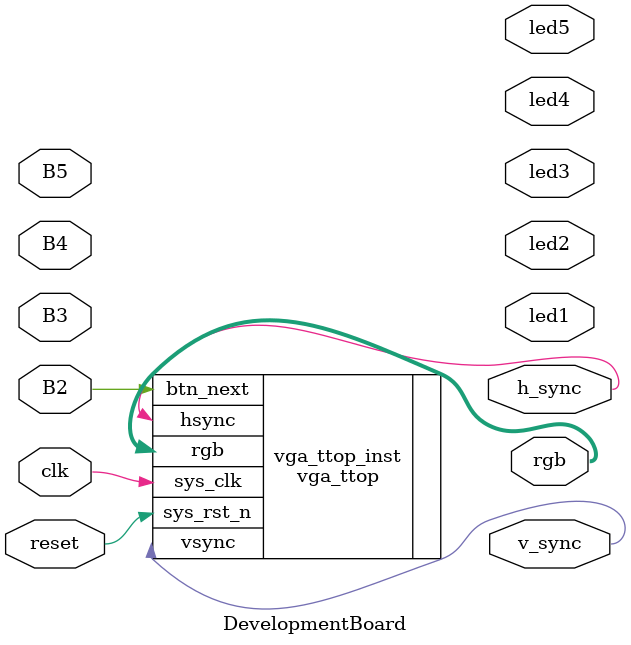
<source format=v>
`timescale 1ns / 1ns
module DevelopmentBoard(
    input wire clk, //50MHz
    input wire reset, B2, B3, B4, B5,
	 // reset is "a"
	 // B2 is "s"
	 // B3 is "d"
	 // B4 is "f"
	 // B5 is "g"
    output wire h_sync, v_sync,
    output wire [15:0] rgb,
	
	output wire led1,
	output wire led2,
	output wire led3,
	output wire led4,
	output wire led5
);
vga_ttop vga_ttop_inst(
        .sys_clk(clk),   
        .sys_rst_n(reset),
        .btn_next(B2),
        .hsync(h_sync),
        .vsync(v_sync),
        .rgb(rgb)
    );
	// Instantiate your model
	//vga_top top_module(
	//.sys_clk(clk),
	//.sys_rst_n(reset),
	//.hsync(h_sync),
	//.vsync(v_sync),
	//.rgb(rgb)
	//.up(B2),
	//.down(B3),
	// 	.left(B4),
	// 	.right(B5),
	//	.led1(led1),
    //	.led2(led2),
	//  .led3(led3),
	// 	.led4(led4),
	// 	.led5(led5)
	//);
    endmodule

</source>
